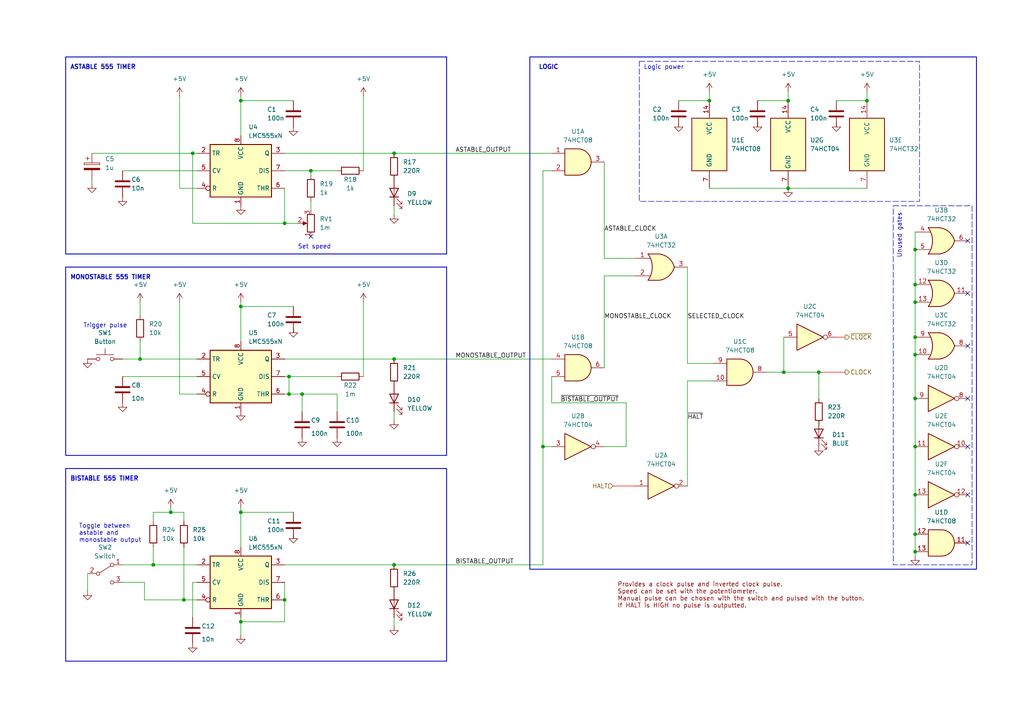
<source format=kicad_sch>
(kicad_sch (version 20230121) (generator eeschema)
  (paper "A4")
  (title_block (title "8-bit CPU") (date "2023-11-28") (rev "1.0") (company "TBR Designs"))
  (lib_symbols
    (symbol "74xx:74LS04"
      (property "Reference" "U" (at 0 1.27 0))
      (property "Value" "74LS04" (at 0 -1.27 0))
      (symbol "74LS04_1_0"
        (polyline (pts (xy -3.81 3.81) (xy -3.81 -3.81) (xy 3.81 0) (xy -3.81 3.81)) (stroke (width 0.254)) (fill (type background)))
        (pin input line (at -7.62 0 0) (length 3.81) (name "~") (number "1"))
        (pin output inverted (at 7.62 0 180) (length 3.81) (name "~") (number "2"))
      )
      (symbol "74LS04_2_0"
        (polyline (pts (xy -3.81 3.81) (xy -3.81 -3.81) (xy 3.81 0) (xy -3.81 3.81)) (stroke (width 0.254)) (fill (type background)))
        (pin input line (at -7.62 0 0) (length 3.81) (name "~") (number "3"))
        (pin output inverted (at 7.62 0 180) (length 3.81) (name "~") (number "4"))
      )
      (symbol "74LS04_3_0"
        (polyline (pts (xy -3.81 3.81) (xy -3.81 -3.81) (xy 3.81 0) (xy -3.81 3.81)) (stroke (width 0.254)) (fill (type background)))
        (pin input line (at -7.62 0 0) (length 3.81) (name "~") (number "5"))
        (pin output inverted (at 7.62 0 180) (length 3.81) (name "~") (number "6"))
      )
      (symbol "74LS04_4_0"
        (polyline (pts (xy -3.81 3.81) (xy -3.81 -3.81) (xy 3.81 0) (xy -3.81 3.81)) (stroke (width 0.254)) (fill (type background)))
        (pin output inverted (at 7.62 0 180) (length 3.81) (name "~") (number "8"))
        (pin input line (at -7.62 0 0) (length 3.81) (name "~") (number "9"))
      )
      (symbol "74LS04_5_0"
        (polyline (pts (xy -3.81 3.81) (xy -3.81 -3.81) (xy 3.81 0) (xy -3.81 3.81)) (stroke (width 0.254)) (fill (type background)))
        (pin output inverted (at 7.62 0 180) (length 3.81) (name "~") (number "10"))
        (pin input line (at -7.62 0 0) (length 3.81) (name "~") (number "11"))
      )
      (symbol "74LS04_6_0"
        (polyline (pts (xy -3.81 3.81) (xy -3.81 -3.81) (xy 3.81 0) (xy -3.81 3.81)) (stroke (width 0.254)) (fill (type background)))
        (pin output inverted (at 7.62 0 180) (length 3.81) (name "~") (number "12"))
        (pin input line (at -7.62 0 0) (length 3.81) (name "~") (number "13"))
      )
      (symbol "74LS04_7_0"
        (pin power_in line (at 0 12.7 270) (length 5.08) (name "VCC") (number "14"))
        (pin power_in line (at 0 -12.7 90) (length 5.08) (name "GND") (number "7"))
      )
      (symbol "74LS04_7_1"
        (rectangle (start -5.08 7.62) (end 5.08 -7.62) (stroke (width 0.254)) (fill (type background)))
      )
    )
    (symbol "74xx:74LS08" (pin_names (offset 1.016))
      (property "Reference" "U" (at 0 1.27 0))
      (property "Value" "74LS08" (at 0 -1.27 0))
      (symbol "74LS08_1_1"
        (arc (start 0 -3.81) (mid 3.7934 0) (end 0 3.81) (stroke (width 0.254)) (fill (type background)))
        (polyline (pts (xy 0 3.81) (xy -3.81 3.81) (xy -3.81 -3.81) (xy 0 -3.81)) (stroke (width 0.254)) (fill (type background)))
        (pin input line (at -7.62 2.54 0) (length 3.81) (name "~") (number "1"))
        (pin input line (at -7.62 -2.54 0) (length 3.81) (name "~") (number "2"))
        (pin output line (at 7.62 0 180) (length 3.81) (name "~") (number "3"))
      )
      (symbol "74LS08_1_2"
        (arc (start -3.81 -3.81) (mid -2.589 0) (end -3.81 3.81) (stroke (width 0.254)))
        (arc (start -0.6096 -3.81) (mid 2.1842 -2.5851) (end 3.81 0) (stroke (width 0.254)) (fill (type background)))
        (polyline (pts (xy -3.81 -3.81) (xy -0.635 -3.81)) (stroke (width 0.254)) (fill (type background)))
        (polyline (pts (xy -3.81 3.81) (xy -0.635 3.81)) (stroke (width 0.254)) (fill (type background)))
        (polyline (pts (xy -0.635 3.81) (xy -3.81 3.81) (xy -3.81 3.81) (xy -3.556 3.4036) (xy -3.0226 2.2606) (xy -2.6924 1.0414) (xy -2.6162 -0.254) (xy -2.7686 -1.4986) (xy -3.175 -2.7178) (xy -3.81 -3.81) (xy -3.81 -3.81) (xy -0.635 -3.81)) (stroke (width -25.4)) (fill (type background)))
        (arc (start 3.81 0) (mid 2.1915 2.5936) (end -0.6096 3.81) (stroke (width 0.254)) (fill (type background)))
        (pin input inverted (at -7.62 2.54 0) (length 4.318) (name "~") (number "1"))
        (pin input inverted (at -7.62 -2.54 0) (length 4.318) (name "~") (number "2"))
        (pin output inverted (at 7.62 0 180) (length 3.81) (name "~") (number "3"))
      )
      (symbol "74LS08_2_1"
        (arc (start 0 -3.81) (mid 3.7934 0) (end 0 3.81) (stroke (width 0.254)) (fill (type background)))
        (polyline (pts (xy 0 3.81) (xy -3.81 3.81) (xy -3.81 -3.81) (xy 0 -3.81)) (stroke (width 0.254)) (fill (type background)))
        (pin input line (at -7.62 2.54 0) (length 3.81) (name "~") (number "4"))
        (pin input line (at -7.62 -2.54 0) (length 3.81) (name "~") (number "5"))
        (pin output line (at 7.62 0 180) (length 3.81) (name "~") (number "6"))
      )
      (symbol "74LS08_2_2"
        (arc (start -3.81 -3.81) (mid -2.589 0) (end -3.81 3.81) (stroke (width 0.254)))
        (arc (start -0.6096 -3.81) (mid 2.1842 -2.5851) (end 3.81 0) (stroke (width 0.254)) (fill (type background)))
        (polyline (pts (xy -3.81 -3.81) (xy -0.635 -3.81)) (stroke (width 0.254)) (fill (type background)))
        (polyline (pts (xy -3.81 3.81) (xy -0.635 3.81)) (stroke (width 0.254)) (fill (type background)))
        (polyline (pts (xy -0.635 3.81) (xy -3.81 3.81) (xy -3.81 3.81) (xy -3.556 3.4036) (xy -3.0226 2.2606) (xy -2.6924 1.0414) (xy -2.6162 -0.254) (xy -2.7686 -1.4986) (xy -3.175 -2.7178) (xy -3.81 -3.81) (xy -3.81 -3.81) (xy -0.635 -3.81)) (stroke (width -25.4)) (fill (type background)))
        (arc (start 3.81 0) (mid 2.1915 2.5936) (end -0.6096 3.81) (stroke (width 0.254)) (fill (type background)))
        (pin input inverted (at -7.62 2.54 0) (length 4.318) (name "~") (number "4"))
        (pin input inverted (at -7.62 -2.54 0) (length 4.318) (name "~") (number "5"))
        (pin output inverted (at 7.62 0 180) (length 3.81) (name "~") (number "6"))
      )
      (symbol "74LS08_3_1"
        (arc (start 0 -3.81) (mid 3.7934 0) (end 0 3.81) (stroke (width 0.254)) (fill (type background)))
        (polyline (pts (xy 0 3.81) (xy -3.81 3.81) (xy -3.81 -3.81) (xy 0 -3.81)) (stroke (width 0.254)) (fill (type background)))
        (pin input line (at -7.62 -2.54 0) (length 3.81) (name "~") (number "10"))
        (pin output line (at 7.62 0 180) (length 3.81) (name "~") (number "8"))
        (pin input line (at -7.62 2.54 0) (length 3.81) (name "~") (number "9"))
      )
      (symbol "74LS08_3_2"
        (arc (start -3.81 -3.81) (mid -2.589 0) (end -3.81 3.81) (stroke (width 0.254)))
        (arc (start -0.6096 -3.81) (mid 2.1842 -2.5851) (end 3.81 0) (stroke (width 0.254)) (fill (type background)))
        (polyline (pts (xy -3.81 -3.81) (xy -0.635 -3.81)) (stroke (width 0.254)) (fill (type background)))
        (polyline (pts (xy -3.81 3.81) (xy -0.635 3.81)) (stroke (width 0.254)) (fill (type background)))
        (polyline (pts (xy -0.635 3.81) (xy -3.81 3.81) (xy -3.81 3.81) (xy -3.556 3.4036) (xy -3.0226 2.2606) (xy -2.6924 1.0414) (xy -2.6162 -0.254) (xy -2.7686 -1.4986) (xy -3.175 -2.7178) (xy -3.81 -3.81) (xy -3.81 -3.81) (xy -0.635 -3.81)) (stroke (width -25.4)) (fill (type background)))
        (arc (start 3.81 0) (mid 2.1915 2.5936) (end -0.6096 3.81) (stroke (width 0.254)) (fill (type background)))
        (pin input inverted (at -7.62 -2.54 0) (length 4.318) (name "~") (number "10"))
        (pin output inverted (at 7.62 0 180) (length 3.81) (name "~") (number "8"))
        (pin input inverted (at -7.62 2.54 0) (length 4.318) (name "~") (number "9"))
      )
      (symbol "74LS08_4_1"
        (arc (start 0 -3.81) (mid 3.7934 0) (end 0 3.81) (stroke (width 0.254)) (fill (type background)))
        (polyline (pts (xy 0 3.81) (xy -3.81 3.81) (xy -3.81 -3.81) (xy 0 -3.81)) (stroke (width 0.254)) (fill (type background)))
        (pin output line (at 7.62 0 180) (length 3.81) (name "~") (number "11"))
        (pin input line (at -7.62 2.54 0) (length 3.81) (name "~") (number "12"))
        (pin input line (at -7.62 -2.54 0) (length 3.81) (name "~") (number "13"))
      )
      (symbol "74LS08_4_2"
        (arc (start -3.81 -3.81) (mid -2.589 0) (end -3.81 3.81) (stroke (width 0.254)))
        (arc (start -0.6096 -3.81) (mid 2.1842 -2.5851) (end 3.81 0) (stroke (width 0.254)) (fill (type background)))
        (polyline (pts (xy -3.81 -3.81) (xy -0.635 -3.81)) (stroke (width 0.254)) (fill (type background)))
        (polyline (pts (xy -3.81 3.81) (xy -0.635 3.81)) (stroke (width 0.254)) (fill (type background)))
        (polyline (pts (xy -0.635 3.81) (xy -3.81 3.81) (xy -3.81 3.81) (xy -3.556 3.4036) (xy -3.0226 2.2606) (xy -2.6924 1.0414) (xy -2.6162 -0.254) (xy -2.7686 -1.4986) (xy -3.175 -2.7178) (xy -3.81 -3.81) (xy -3.81 -3.81) (xy -0.635 -3.81)) (stroke (width -25.4)) (fill (type background)))
        (arc (start 3.81 0) (mid 2.1915 2.5936) (end -0.6096 3.81) (stroke (width 0.254)) (fill (type background)))
        (pin output inverted (at 7.62 0 180) (length 3.81) (name "~") (number "11"))
        (pin input inverted (at -7.62 2.54 0) (length 4.318) (name "~") (number "12"))
        (pin input inverted (at -7.62 -2.54 0) (length 4.318) (name "~") (number "13"))
      )
      (symbol "74LS08_5_0"
        (pin power_in line (at 0 12.7 270) (length 5.08) (name "VCC") (number "14"))
        (pin power_in line (at 0 -12.7 90) (length 5.08) (name "GND") (number "7"))
      )
      (symbol "74LS08_5_1"
        (rectangle (start -5.08 7.62) (end 5.08 -7.62) (stroke (width 0.254)) (fill (type background)))
      )
    )
    (symbol "74xx:74LS32" (pin_names (offset 1.016))
      (property "Reference" "U" (at 0 1.27 0))
      (property "Value" "74LS32" (at 0 -1.27 0))
      (symbol "74LS32_1_1"
        (arc (start -3.81 -3.81) (mid -2.589 0) (end -3.81 3.81) (stroke (width 0.254)))
        (arc (start -0.6096 -3.81) (mid 2.1842 -2.5851) (end 3.81 0) (stroke (width 0.254)) (fill (type background)))
        (polyline (pts (xy -3.81 -3.81) (xy -0.635 -3.81)) (stroke (width 0.254)) (fill (type background)))
        (polyline (pts (xy -3.81 3.81) (xy -0.635 3.81)) (stroke (width 0.254)) (fill (type background)))
        (polyline (pts (xy -0.635 3.81) (xy -3.81 3.81) (xy -3.81 3.81) (xy -3.556 3.4036) (xy -3.0226 2.2606) (xy -2.6924 1.0414) (xy -2.6162 -0.254) (xy -2.7686 -1.4986) (xy -3.175 -2.7178) (xy -3.81 -3.81) (xy -3.81 -3.81) (xy -0.635 -3.81)) (stroke (width -25.4)) (fill (type background)))
        (arc (start 3.81 0) (mid 2.1915 2.5936) (end -0.6096 3.81) (stroke (width 0.254)) (fill (type background)))
        (pin input line (at -7.62 2.54 0) (length 4.318) (name "~") (number "1"))
        (pin input line (at -7.62 -2.54 0) (length 4.318) (name "~") (number "2"))
        (pin output line (at 7.62 0 180) (length 3.81) (name "~") (number "3"))
      )
      (symbol "74LS32_1_2"
        (arc (start 0 -3.81) (mid 3.7934 0) (end 0 3.81) (stroke (width 0.254)) (fill (type background)))
        (polyline (pts (xy 0 3.81) (xy -3.81 3.81) (xy -3.81 -3.81) (xy 0 -3.81)) (stroke (width 0.254)) (fill (type background)))
        (pin input inverted (at -7.62 2.54 0) (length 3.81) (name "~") (number "1"))
        (pin input inverted (at -7.62 -2.54 0) (length 3.81) (name "~") (number "2"))
        (pin output inverted (at 7.62 0 180) (length 3.81) (name "~") (number "3"))
      )
      (symbol "74LS32_2_1"
        (arc (start -3.81 -3.81) (mid -2.589 0) (end -3.81 3.81) (stroke (width 0.254)))
        (arc (start -0.6096 -3.81) (mid 2.1842 -2.5851) (end 3.81 0) (stroke (width 0.254)) (fill (type background)))
        (polyline (pts (xy -3.81 -3.81) (xy -0.635 -3.81)) (stroke (width 0.254)) (fill (type background)))
        (polyline (pts (xy -3.81 3.81) (xy -0.635 3.81)) (stroke (width 0.254)) (fill (type background)))
        (polyline (pts (xy -0.635 3.81) (xy -3.81 3.81) (xy -3.81 3.81) (xy -3.556 3.4036) (xy -3.0226 2.2606) (xy -2.6924 1.0414) (xy -2.6162 -0.254) (xy -2.7686 -1.4986) (xy -3.175 -2.7178) (xy -3.81 -3.81) (xy -3.81 -3.81) (xy -0.635 -3.81)) (stroke (width -25.4)) (fill (type background)))
        (arc (start 3.81 0) (mid 2.1915 2.5936) (end -0.6096 3.81) (stroke (width 0.254)) (fill (type background)))
        (pin input line (at -7.62 2.54 0) (length 4.318) (name "~") (number "4"))
        (pin input line (at -7.62 -2.54 0) (length 4.318) (name "~") (number "5"))
        (pin output line (at 7.62 0 180) (length 3.81) (name "~") (number "6"))
      )
      (symbol "74LS32_2_2"
        (arc (start 0 -3.81) (mid 3.7934 0) (end 0 3.81) (stroke (width 0.254)) (fill (type background)))
        (polyline (pts (xy 0 3.81) (xy -3.81 3.81) (xy -3.81 -3.81) (xy 0 -3.81)) (stroke (width 0.254)) (fill (type background)))
        (pin input inverted (at -7.62 2.54 0) (length 3.81) (name "~") (number "4"))
        (pin input inverted (at -7.62 -2.54 0) (length 3.81) (name "~") (number "5"))
        (pin output inverted (at 7.62 0 180) (length 3.81) (name "~") (number "6"))
      )
      (symbol "74LS32_3_1"
        (arc (start -3.81 -3.81) (mid -2.589 0) (end -3.81 3.81) (stroke (width 0.254)))
        (arc (start -0.6096 -3.81) (mid 2.1842 -2.5851) (end 3.81 0) (stroke (width 0.254)) (fill (type background)))
        (polyline (pts (xy -3.81 -3.81) (xy -0.635 -3.81)) (stroke (width 0.254)) (fill (type background)))
        (polyline (pts (xy -3.81 3.81) (xy -0.635 3.81)) (stroke (width 0.254)) (fill (type background)))
        (polyline (pts (xy -0.635 3.81) (xy -3.81 3.81) (xy -3.81 3.81) (xy -3.556 3.4036) (xy -3.0226 2.2606) (xy -2.6924 1.0414) (xy -2.6162 -0.254) (xy -2.7686 -1.4986) (xy -3.175 -2.7178) (xy -3.81 -3.81) (xy -3.81 -3.81) (xy -0.635 -3.81)) (stroke (width -25.4)) (fill (type background)))
        (arc (start 3.81 0) (mid 2.1915 2.5936) (end -0.6096 3.81) (stroke (width 0.254)) (fill (type background)))
        (pin input line (at -7.62 -2.54 0) (length 4.318) (name "~") (number "10"))
        (pin output line (at 7.62 0 180) (length 3.81) (name "~") (number "8"))
        (pin input line (at -7.62 2.54 0) (length 4.318) (name "~") (number "9"))
      )
      (symbol "74LS32_3_2"
        (arc (start 0 -3.81) (mid 3.7934 0) (end 0 3.81) (stroke (width 0.254)) (fill (type background)))
        (polyline (pts (xy 0 3.81) (xy -3.81 3.81) (xy -3.81 -3.81) (xy 0 -3.81)) (stroke (width 0.254)) (fill (type background)))
        (pin input inverted (at -7.62 -2.54 0) (length 3.81) (name "~") (number "10"))
        (pin output inverted (at 7.62 0 180) (length 3.81) (name "~") (number "8"))
        (pin input inverted (at -7.62 2.54 0) (length 3.81) (name "~") (number "9"))
      )
      (symbol "74LS32_4_1"
        (arc (start -3.81 -3.81) (mid -2.589 0) (end -3.81 3.81) (stroke (width 0.254)))
        (arc (start -0.6096 -3.81) (mid 2.1842 -2.5851) (end 3.81 0) (stroke (width 0.254)) (fill (type background)))
        (polyline (pts (xy -3.81 -3.81) (xy -0.635 -3.81)) (stroke (width 0.254)) (fill (type background)))
        (polyline (pts (xy -3.81 3.81) (xy -0.635 3.81)) (stroke (width 0.254)) (fill (type background)))
        (polyline (pts (xy -0.635 3.81) (xy -3.81 3.81) (xy -3.81 3.81) (xy -3.556 3.4036) (xy -3.0226 2.2606) (xy -2.6924 1.0414) (xy -2.6162 -0.254) (xy -2.7686 -1.4986) (xy -3.175 -2.7178) (xy -3.81 -3.81) (xy -3.81 -3.81) (xy -0.635 -3.81)) (stroke (width -25.4)) (fill (type background)))
        (arc (start 3.81 0) (mid 2.1915 2.5936) (end -0.6096 3.81) (stroke (width 0.254)) (fill (type background)))
        (pin output line (at 7.62 0 180) (length 3.81) (name "~") (number "11"))
        (pin input line (at -7.62 2.54 0) (length 4.318) (name "~") (number "12"))
        (pin input line (at -7.62 -2.54 0) (length 4.318) (name "~") (number "13"))
      )
      (symbol "74LS32_4_2"
        (arc (start 0 -3.81) (mid 3.7934 0) (end 0 3.81) (stroke (width 0.254)) (fill (type background)))
        (polyline (pts (xy 0 3.81) (xy -3.81 3.81) (xy -3.81 -3.81) (xy 0 -3.81)) (stroke (width 0.254)) (fill (type background)))
        (pin output inverted (at 7.62 0 180) (length 3.81) (name "~") (number "11"))
        (pin input inverted (at -7.62 2.54 0) (length 3.81) (name "~") (number "12"))
        (pin input inverted (at -7.62 -2.54 0) (length 3.81) (name "~") (number "13"))
      )
      (symbol "74LS32_5_0"
        (pin power_in line (at 0 12.7 270) (length 5.08) (name "VCC") (number "14"))
        (pin power_in line (at 0 -12.7 90) (length 5.08) (name "GND") (number "7"))
      )
      (symbol "74LS32_5_1"
        (rectangle (start -5.08 7.62) (end 5.08 -7.62) (stroke (width 0.254)) (fill (type background)))
      )
    )
    (symbol "Device:C" (pin_numbers hide) (pin_names (offset 0.254))
      (property "Reference" "C" (at 0.635 2.54 0))
      (property "Value" "C" (at 0.635 -2.54 0))
      (symbol "C_0_1"
        (polyline (pts (xy -2.032 -0.762) (xy 2.032 -0.762)) (stroke (width 0.508)))
        (polyline (pts (xy -2.032 0.762) (xy 2.032 0.762)) (stroke (width 0.508)))
      )
      (symbol "C_1_1"
        (pin passive line (at 0 3.81 270) (length 2.794) (name "~") (number "1"))
        (pin passive line (at 0 -3.81 90) (length 2.794) (name "~") (number "2"))
      )
    )
    (symbol "Device:C_Polarized" (pin_numbers hide) (pin_names (offset 0.254))
      (property "Reference" "C" (at 0.635 2.54 0))
      (property "Value" "C_Polarized" (at 0.635 -2.54 0))
      (symbol "C_Polarized_0_1"
        (rectangle (start -2.286 0.508) (end 2.286 1.016))
        (polyline (pts (xy -1.778 2.286) (xy -0.762 2.286)))
        (polyline (pts (xy -1.27 2.794) (xy -1.27 1.778)))
        (rectangle (start 2.286 -0.508) (end -2.286 -1.016) (fill (type outline)))
      )
      (symbol "C_Polarized_1_1"
        (pin passive line (at 0 3.81 270) (length 2.794) (name "~") (number "1"))
        (pin passive line (at 0 -3.81 90) (length 2.794) (name "~") (number "2"))
      )
    )
    (symbol "Device:LED" (pin_numbers hide) (pin_names (offset 1.016) hide)
      (property "Reference" "D" (at 0 2.54 0))
      (property "Value" "LED" (at 0 -2.54 0))
      (symbol "LED_0_1"
        (polyline (pts (xy -1.27 -1.27) (xy -1.27 1.27)) (stroke (width 0.254)))
        (polyline (pts (xy -1.27 0) (xy 1.27 0)))
        (polyline (pts (xy 1.27 -1.27) (xy 1.27 1.27) (xy -1.27 0) (xy 1.27 -1.27)) (stroke (width 0.254)))
        (polyline (pts (xy -3.048 -0.762) (xy -4.572 -2.286) (xy -3.81 -2.286) (xy -4.572 -2.286) (xy -4.572 -1.524)))
        (polyline (pts (xy -1.778 -0.762) (xy -3.302 -2.286) (xy -2.54 -2.286) (xy -3.302 -2.286) (xy -3.302 -1.524)))
      )
      (symbol "LED_1_1"
        (pin passive line (at -3.81 0 0) (length 2.54) (name "K") (number "1"))
        (pin passive line (at 3.81 0 180) (length 2.54) (name "A") (number "2"))
      )
    )
    (symbol "Device:R" (pin_numbers hide) (pin_names (offset 0))
      (property "Reference" "R" (at 2.032 0 90))
      (property "Value" "R" (at 0 0 90))
      (symbol "R_0_1"
        (rectangle (start -1.016 -2.54) (end 1.016 2.54) (stroke (width 0.254)))
      )
      (symbol "R_1_1"
        (pin passive line (at 0 3.81 270) (length 1.27) (name "~") (number "1"))
        (pin passive line (at 0 -3.81 90) (length 1.27) (name "~") (number "2"))
      )
    )
    (symbol "Device:R_Potentiometer" (pin_names (offset 1.016) hide)
      (property "Reference" "RV" (at -4.445 0 90))
      (property "Value" "R_Potentiometer" (at -2.54 0 90))
      (symbol "R_Potentiometer_0_1"
        (polyline (pts (xy 2.54 0) (xy 1.524 0)))
        (polyline (pts (xy 1.143 0) (xy 2.286 0.508) (xy 2.286 -0.508) (xy 1.143 0)) (fill (type outline)))
        (rectangle (start 1.016 2.54) (end -1.016 -2.54) (stroke (width 0.254)))
      )
      (symbol "R_Potentiometer_1_1"
        (pin passive line (at 0 3.81 270) (length 1.27) (name "1") (number "1"))
        (pin passive line (at 3.81 0 180) (length 1.27) (name "2") (number "2"))
        (pin passive line (at 0 -3.81 90) (length 1.27) (name "3") (number "3"))
      )
    )
    (symbol "Switch:SW_Push" (pin_numbers hide) (pin_names (offset 1.016) hide)
      (property "Reference" "SW" (at 1.27 2.54 0))
      (property "Value" "SW_Push" (at 0 -1.524 0))
      (symbol "SW_Push_0_1"
        (circle (center -2.032 0) (radius 0.508))
        (polyline (pts (xy 0 1.27) (xy 0 3.048)))
        (polyline (pts (xy 2.54 1.27) (xy -2.54 1.27)))
        (circle (center 2.032 0) (radius 0.508))
        (pin passive line (at -5.08 0 0) (length 2.54) (name "1") (number "1"))
        (pin passive line (at 5.08 0 180) (length 2.54) (name "2") (number "2"))
      )
    )
    (symbol "Switch:SW_SPDT" (pin_names (offset 0) hide)
      (property "Reference" "SW" (at 0 4.318 0))
      (property "Value" "SW_SPDT" (at 0 -5.08 0))
      (symbol "SW_SPDT_0_0"
        (circle (center -2.032 0) (radius 0.508))
        (circle (center 2.032 -2.54) (radius 0.508))
      )
      (symbol "SW_SPDT_0_1"
        (polyline (pts (xy -1.524 0.254) (xy 1.651 2.286)))
        (circle (center 2.032 2.54) (radius 0.508))
      )
      (symbol "SW_SPDT_1_1"
        (pin passive line (at 5.08 2.54 180) (length 2.54) (name "A") (number "1"))
        (pin passive line (at -5.08 0 0) (length 2.54) (name "B") (number "2"))
        (pin passive line (at 5.08 -2.54 180) (length 2.54) (name "C") (number "3"))
      )
    )
    (symbol "Timer:LMC555xN"
      (property "Reference" "U" (at -10.16 8.89 0))
      (property "Value" "LMC555xN" (at 2.54 8.89 0))
      (symbol "LMC555xN_0_0"
        (pin power_in line (at 0 -10.16 90) (length 2.54) (name "GND") (number "1"))
        (pin power_in line (at 0 10.16 270) (length 2.54) (name "VCC") (number "8"))
      )
      (symbol "LMC555xN_0_1"
        (rectangle (start -8.89 -7.62) (end 8.89 7.62) (stroke (width 0.254)) (fill (type background)))
        (rectangle (start -8.89 -7.62) (end 8.89 7.62) (stroke (width 0.254)) (fill (type background)))
      )
      (symbol "LMC555xN_1_1"
        (pin input line (at -12.7 5.08 0) (length 3.81) (name "TR") (number "2"))
        (pin output line (at 12.7 5.08 180) (length 3.81) (name "Q") (number "3"))
        (pin input inverted (at -12.7 -5.08 0) (length 3.81) (name "R") (number "4"))
        (pin input line (at -12.7 0 0) (length 3.81) (name "CV") (number "5"))
        (pin input line (at 12.7 -5.08 180) (length 3.81) (name "THR") (number "6"))
        (pin input line (at 12.7 0 180) (length 3.81) (name "DIS") (number "7"))
      )
    )
    (symbol "power:+5V" (power) (pin_names (offset 0))
      (property "Value" "+5V" (at 0 3.556 0))
      (symbol "+5V_0_1"
        (polyline (pts (xy -0.762 1.27) (xy 0 2.54)))
        (polyline (pts (xy 0 0) (xy 0 2.54)))
        (polyline (pts (xy 0 2.54) (xy 0.762 1.27)))
      )
      (symbol "+5V_1_1"
        (pin power_in line (at 0 0 90) (length 0) hide (name "+5V") (number "1"))
      )
    )
    (symbol "power:GND" (power) (pin_names (offset 0))
      (property "Value" "GND" (at 0 -3.81 0))
      (symbol "GND_0_1"
        (polyline (pts (xy 0 0) (xy 0 -1.27) (xy 1.27 -1.27) (xy 0 -2.54) (xy -1.27 -1.27) (xy 0 -1.27)))
      )
      (symbol "GND_1_1"
        (pin power_in line (at 0 0 270) (length 0) hide (name "GND") (number "1"))
      )
    )
  )
  (junction (at 83.82 109.22))
  (junction (at 265.43 72.39))
  (junction (at 265.43 82.55))
  (junction (at 82.55 173.99))
  (junction (at 114.3 104.14))
  (junction (at 44.45 163.83))
  (junction (at 251.46 29.21))
  (junction (at 40.64 104.14))
  (junction (at 69.85 88.9))
  (junction (at 228.6 54.61))
  (junction (at 265.43 115.57))
  (junction (at 265.43 154.94))
  (junction (at 205.74 29.21))
  (junction (at 69.85 29.21))
  (junction (at 265.43 143.51))
  (junction (at 265.43 102.87))
  (junction (at 227.33 107.95))
  (junction (at 265.43 160.02))
  (junction (at 83.82 114.3))
  (junction (at 69.85 148.59))
  (junction (at 228.6 29.21))
  (junction (at 237.49 107.95))
  (junction (at 53.34 173.99))
  (junction (at 265.43 97.79))
  (junction (at 265.43 129.54))
  (junction (at 55.88 44.45))
  (junction (at 114.3 44.45))
  (junction (at 157.48 129.54))
  (junction (at 265.43 87.63))
  (junction (at 82.55 64.77))
  (junction (at 69.85 180.34))
  (junction (at 49.53 148.59))
  (junction (at 114.3 163.83))
  (junction (at 87.63 114.3))
  (junction (at 90.17 49.53))
  (no_connect (at 90.17 68.58))
  (no_connect (at 280.67 85.09))
  (no_connect (at 280.67 69.85))
  (no_connect (at 280.67 115.57))
  (no_connect (at 280.67 157.48))
  (no_connect (at 280.67 143.51))
  (no_connect (at 280.67 129.54))
  (no_connect (at 280.67 100.33))
  (wire (pts (xy 35.56 109.22) (xy 57.15 109.22)))
  (wire (pts (xy 52.07 87.63) (xy 52.07 114.3)))
  (wire (pts (xy 199.39 110.49) (xy 207.01 110.49)))
  (wire (pts (xy 175.26 46.99) (xy 175.26 74.93)))
  (wire (pts (xy 114.3 163.83) (xy 157.48 163.83)))
  (wire (pts (xy 69.85 29.21) (xy 69.85 39.37)))
  (wire (pts (xy 242.57 97.79) (xy 245.11 97.79)) (stroke (width 0) (color 255 0 0 1)))
  (wire (pts (xy 82.55 109.22) (xy 83.82 109.22)))
  (wire (pts (xy 85.09 95.25) (xy 85.09 96.52)))
  (wire (pts (xy 69.85 184.15) (xy 69.85 180.34)))
  (wire (pts (xy 228.6 26.67) (xy 228.6 29.21)))
  (wire (pts (xy 199.39 105.41) (xy 207.01 105.41)))
  (wire (pts (xy 26.67 53.34) (xy 26.67 52.07)))
  (wire (pts (xy 49.53 148.59) (xy 53.34 148.59)))
  (wire (pts (xy 44.45 148.59) (xy 49.53 148.59)))
  (wire (pts (xy 69.85 148.59) (xy 69.85 158.75)))
  (wire (pts (xy 175.26 129.54) (xy 181.61 129.54)))
  (wire (pts (xy 44.45 163.83) (xy 57.15 163.83)))
  (wire (pts (xy 242.57 35.56) (xy 242.57 36.83)))
  (wire (pts (xy 227.33 107.95) (xy 237.49 107.95)))
  (wire (pts (xy 52.07 54.61) (xy 57.15 54.61)))
  (wire (pts (xy 55.88 64.77) (xy 82.55 64.77)))
  (wire (pts (xy 242.57 29.21) (xy 251.46 29.21)))
  (wire (pts (xy 114.3 44.45) (xy 160.02 44.45)))
  (wire (pts (xy 175.26 80.01) (xy 184.15 80.01)))
  (wire (pts (xy 196.85 35.56) (xy 196.85 36.83)))
  (wire (pts (xy 82.55 104.14) (xy 114.3 104.14)))
  (wire (pts (xy 69.85 180.34) (xy 69.85 179.07)))
  (wire (pts (xy 219.71 35.56) (xy 219.71 36.83)))
  (wire (pts (xy 265.43 143.51) (xy 265.43 154.94)))
  (wire (pts (xy 69.85 27.94) (xy 69.85 29.21)))
  (wire (pts (xy 265.43 97.79) (xy 265.43 102.87)))
  (wire (pts (xy 265.43 82.55) (xy 265.43 87.63)))
  (wire (pts (xy 90.17 58.42) (xy 90.17 60.96)))
  (wire (pts (xy 35.56 168.91) (xy 41.91 168.91)))
  (wire (pts (xy 265.43 161.29) (xy 265.43 160.02)))
  (wire (pts (xy 222.25 107.95) (xy 227.33 107.95)))
  (wire (pts (xy 35.56 104.14) (xy 40.64 104.14)))
  (wire (pts (xy 265.43 102.87) (xy 265.43 115.57)))
  (wire (pts (xy 52.07 27.94) (xy 52.07 54.61)))
  (wire (pts (xy 25.4 171.45) (xy 25.4 166.37)))
  (wire (pts (xy 114.3 104.14) (xy 160.02 104.14)))
  (wire (pts (xy 265.43 67.31) (xy 265.43 72.39)))
  (wire (pts (xy 181.61 129.54) (xy 181.61 116.84)))
  (wire (pts (xy 181.61 116.84) (xy 160.02 116.84)))
  (wire (pts (xy 199.39 140.97) (xy 199.39 110.49)))
  (wire (pts (xy 114.3 59.69) (xy 114.3 62.23)))
  (wire (pts (xy 55.88 168.91) (xy 57.15 168.91)))
  (wire (pts (xy 86.36 64.77) (xy 82.55 64.77)))
  (wire (pts (xy 105.41 27.94) (xy 105.41 49.53)))
  (wire (pts (xy 82.55 168.91) (xy 82.55 173.99)))
  (wire (pts (xy 105.41 87.63) (xy 105.41 109.22)))
  (wire (pts (xy 157.48 129.54) (xy 157.48 49.53)))
  (wire (pts (xy 69.85 88.9) (xy 69.85 99.06)))
  (wire (pts (xy 219.71 29.21) (xy 228.6 29.21)))
  (wire (pts (xy 53.34 173.99) (xy 57.15 173.99)))
  (wire (pts (xy 160.02 116.84) (xy 160.02 109.22)))
  (wire (pts (xy 82.55 54.61) (xy 82.55 64.77)))
  (wire (pts (xy 40.64 99.06) (xy 40.64 104.14)))
  (wire (pts (xy 82.55 44.45) (xy 114.3 44.45)))
  (wire (pts (xy 199.39 77.47) (xy 199.39 105.41)))
  (wire (pts (xy 114.3 179.07) (xy 114.3 181.61)))
  (wire (pts (xy 227.33 97.79) (xy 227.33 107.95)))
  (wire (pts (xy 69.85 87.63) (xy 69.85 88.9)))
  (wire (pts (xy 35.56 49.53) (xy 57.15 49.53)))
  (wire (pts (xy 265.43 72.39) (xy 265.43 82.55)))
  (wire (pts (xy 87.63 119.38) (xy 87.63 114.3)))
  (wire (pts (xy 97.79 119.38) (xy 97.79 114.3)))
  (wire (pts (xy 69.85 147.32) (xy 69.85 148.59)))
  (wire (pts (xy 26.67 44.45) (xy 55.88 44.45)))
  (wire (pts (xy 85.09 154.94) (xy 85.09 156.21)))
  (wire (pts (xy 228.6 54.61) (xy 251.46 54.61)))
  (wire (pts (xy 90.17 49.53) (xy 90.17 50.8)))
  (wire (pts (xy 41.91 168.91) (xy 41.91 173.99)))
  (wire (pts (xy 83.82 109.22) (xy 97.79 109.22)))
  (wire (pts (xy 82.55 49.53) (xy 90.17 49.53)))
  (wire (pts (xy 53.34 151.13) (xy 53.34 148.59)))
  (wire (pts (xy 41.91 173.99) (xy 53.34 173.99)))
  (wire (pts (xy 265.43 87.63) (xy 265.43 97.79)))
  (wire (pts (xy 55.88 44.45) (xy 57.15 44.45)))
  (wire (pts (xy 55.88 168.91) (xy 55.88 179.07)))
  (wire (pts (xy 52.07 114.3) (xy 57.15 114.3)))
  (wire (pts (xy 114.3 119.38) (xy 114.3 121.92)))
  (wire (pts (xy 40.64 104.14) (xy 57.15 104.14)))
  (wire (pts (xy 82.55 163.83) (xy 114.3 163.83)))
  (wire (pts (xy 82.55 173.99) (xy 82.55 180.34)))
  (wire (pts (xy 55.88 64.77) (xy 55.88 44.45)))
  (wire (pts (xy 265.43 115.57) (xy 265.43 129.54)))
  (wire (pts (xy 175.26 106.68) (xy 175.26 80.01)))
  (wire (pts (xy 69.85 148.59) (xy 85.09 148.59)))
  (wire (pts (xy 265.43 129.54) (xy 265.43 143.51)))
  (wire (pts (xy 82.55 114.3) (xy 83.82 114.3)))
  (wire (pts (xy 196.85 29.21) (xy 205.74 29.21)))
  (wire (pts (xy 40.64 87.63) (xy 40.64 91.44)))
  (wire (pts (xy 237.49 107.95) (xy 245.11 107.95)) (stroke (width 0) (color 255 0 0 1)))
  (wire (pts (xy 177.8 140.97) (xy 184.15 140.97)) (stroke (width 0) (color 255 0 0 1)))
  (wire (pts (xy 53.34 158.75) (xy 53.34 173.99)))
  (wire (pts (xy 85.09 29.21) (xy 69.85 29.21)))
  (wire (pts (xy 157.48 49.53) (xy 160.02 49.53)))
  (wire (pts (xy 157.48 163.83) (xy 157.48 129.54)))
  (wire (pts (xy 237.49 115.57) (xy 237.49 107.95)))
  (wire (pts (xy 35.56 163.83) (xy 44.45 163.83)))
  (wire (pts (xy 44.45 148.59) (xy 44.45 151.13)))
  (wire (pts (xy 251.46 26.67) (xy 251.46 29.21)))
  (wire (pts (xy 175.26 74.93) (xy 184.15 74.93)))
  (wire (pts (xy 49.53 147.32) (xy 49.53 148.59)))
  (wire (pts (xy 87.63 114.3) (xy 83.82 114.3)))
  (wire (pts (xy 83.82 109.22) (xy 83.82 114.3)))
  (wire (pts (xy 69.85 180.34) (xy 82.55 180.34)))
  (wire (pts (xy 44.45 158.75) (xy 44.45 163.83)))
  (wire (pts (xy 97.79 114.3) (xy 87.63 114.3)))
  (wire (pts (xy 205.74 54.61) (xy 228.6 54.61)))
  (wire (pts (xy 205.74 26.67) (xy 205.74 29.21)))
  (wire (pts (xy 90.17 49.53) (xy 97.79 49.53)))
  (wire (pts (xy 237.49 121.92) (xy 237.49 123.19)))
  (wire (pts (xy 85.09 88.9) (xy 69.85 88.9)))
  (wire (pts (xy 265.43 154.94) (xy 265.43 160.02)))
  (wire (pts (xy 157.48 129.54) (xy 160.02 129.54)))
  (rectangle (start 19.05 77.47) (end 129.54 132.08) (stroke (width 0.25)))
  (rectangle (start 259.08 59.69) (end 281.94 163.83) (stroke (width 0) (type dash)))
  (rectangle (start 19.05 135.89) (end 129.54 191.77) (stroke (width 0.25)))
  (rectangle (start 19.05 16.51) (end 129.54 73.66) (stroke (width 0.25)))
  (rectangle (start 185.42 17.78) (end 266.7 58.42) (stroke (width 0) (type dash)))
  (rectangle (start 153.67 16.51) (end 283.21 165.1) (stroke (width 0.25)))
  (text "Trigger pulse" (at 24.13 95.25 0) (effects (font (size 1.27 1.27)) (justify left bottom)))
  (text "Toggle between \nastable and \nmonostable output" (at 22.86 157.48 0) (effects (font (size 1.27 1.27)) (justify left bottom)))
  (text "Set speed" (at 86.36 72.39 0) (effects (font (size 1.27 1.27)) (justify left bottom)))
  (text "BISTABLE 555 TIMER" (at 20.32 139.7 0) (effects (font (size 1.27 1.27) bold) (justify left bottom)))
  (text "Unused gates" (at 261.62 74.93 90) (effects (font (size 1.27 1.27)) (justify left bottom)))
  (text "MONOSTABLE 555 TIMER" (at 20.32 81.28 0) (effects (font (size 1.27 1.27) bold) (justify left bottom)))
  (text "Logic power" (at 186.69 20.32 0) (effects (font (size 1.27 1.27)) (justify left bottom)))
  (text "ASTABLE 555 TIMER" (at 20.32 20.32 0) (effects (font (size 1.27 1.27) (thickness 0.254) bold) (justify left bottom)))
  (text "Provides a clock pulse and inverted clock pulse.\nSpeed can be set with the potentiometer.  \nManual pulse can be chosen with the switch and pulsed with the button.\nIf HALT is HIGH no pulse is outputted." (at 179.07 176.53 0) (effects (font (size 1.27 1.27)) (justify left bottom)))
  (text "LOGIC" (at 156.21 20.32 0) (effects (font (size 1.27 1.27) bold) (justify left bottom)))
  (label "~{HALT}" (at 199.39 121.92 0))
  (label "MONOSTABLE_CLOCK" (at 175.26 92.71 0))
  (label "MONOSTABLE_OUTPUT" (at 132.08 104.14 0))
  (label "~{BISTABLE_OUTPUT}" (at 162.56 116.84 0))
  (label "ASTABLE_OUTPUT" (at 132.08 44.45 0))
  (label "BISTABLE_OUTPUT" (at 132.08 163.83 0))
  (label "ASTABLE_CLOCK" (at 175.26 67.31 0))
  (label "SELECTED_CLOCK" (at 199.39 92.71 0))
  (hierarchical_label "HALT" (shape input) (at 177.8 140.97 180))
  (hierarchical_label "~{CLOCK}" (shape output) (at 245.11 97.79 0))
  (hierarchical_label "CLOCK" (shape output) (at 245.11 107.95 0))
  (symbol (lib_id "power:+5V") (at 105.41 27.94 0) (unit 1)
    (property "Reference" "#PWR08" (effects hide))
    (property "Value" "+5V" (at 105.41 22.86 0))
  )
  (symbol (lib_id "power:GND") (at 85.09 36.83 0) (unit 1)
    (property "Reference" "#PWR012" (effects hide))
    (property "Value" "GND" (effects hide))
  )
  (symbol (lib_id "Timer:LMC555xN") (at 69.85 49.53 0) (unit 1)
    (property "Reference" "U4" (at 72.0441 36.83 0) (effects (justify left)))
    (property "Value" "LMC555xN" (at 72.0441 39.37 0) (effects (justify left)))
    (property "Footprint" "Package_DIP:DIP-8_W7.62mm" (effects hide))
    (property "Datasheet" "http://www.ti.com/lit/ds/symlink/lmc555.pdf" (effects hide))
  )
  (symbol (lib_id "74xx:74LS08") (at 273.05 157.48 0) (unit 4)
    (property "Reference" "U1" (at 273.0417 148.59 0))
    (property "Value" "74HCT08" (at 273.0417 151.13 0))
    (property "Footprint" "Package_DIP:DIP-14_W7.62mm" (effects hide))
    (property "Datasheet" "http://www.ti.com/lit/gpn/sn74LS08" (effects hide))
  )
  (symbol (lib_id "power:GND") (at 35.56 57.15 0) (unit 1)
    (property "Reference" "#PWR015" (effects hide))
    (property "Value" "GND" (effects hide))
  )
  (symbol (lib_id "74xx:74LS04") (at 234.95 97.79 0) (unit 3)
    (property "Reference" "U2" (at 234.95 88.9 0))
    (property "Value" "74HCT04" (at 234.95 91.44 0))
    (property "Footprint" "Package_DIP:DIP-14_W7.62mm" (effects hide))
    (property "Datasheet" "http://www.ti.com/lit/gpn/sn74LS04" (effects hide))
  )
  (symbol (lib_id "Device:R") (at 101.6 109.22 270) (unit 1)
    (property "Reference" "R22" (at 101.6 111.76 90))
    (property "Value" "1m" (at 101.6 114.3 90))
    (property "Footprint" "Resistor_THT:R_Axial_DIN0204_L3.6mm_D1.6mm_P7.62mm_Horizontal" (effects hide))
  )
  (symbol (lib_id "power:GND") (at 69.85 119.38 0) (unit 1)
    (property "Reference" "#PWR025" (effects hide))
    (property "Value" "GND" (effects hide))
  )
  (symbol (lib_id "power:GND") (at 55.88 186.69 0) (unit 1)
    (property "Reference" "#PWR037" (effects hide))
    (property "Value" "GND" (effects hide))
  )
  (symbol (lib_id "Device:R") (at 237.49 119.38 0) (unit 1)
    (property "Reference" "R23" (at 240.03 118.11 0) (effects (justify left)))
    (property "Value" "220R" (at 240.03 120.65 0) (effects (justify left)))
    (property "Footprint" "Resistor_THT:R_Axial_DIN0204_L3.6mm_D1.6mm_P7.62mm_Horizontal" (effects hide))
  )
  (symbol (lib_id "power:GND") (at 114.3 181.61 0) (unit 1)
    (property "Reference" "#PWR035" (effects hide))
    (property "Value" "GND" (effects hide))
  )
  (symbol (lib_id "power:GND") (at 25.4 171.45 0) (unit 1)
    (property "Reference" "#PWR034" (effects hide))
    (property "Value" "GND" (effects hide))
  )
  (symbol (lib_id "Device:C_Polarized") (at 26.67 48.26 0) (unit 1)
    (property "Reference" "C5" (at 30.48 46.101 0) (effects (justify left)))
    (property "Value" "1u" (at 30.48 48.641 0) (effects (justify left)))
    (property "Footprint" "Capacitor_THT:CP_Radial_D5.0mm_P2.00mm" (effects hide))
  )
  (symbol (lib_id "Device:C") (at 35.56 113.03 0) (unit 1)
    (property "Reference" "C8" (at 38.1 111.76 0) (effects (justify left)))
    (property "Value" "10n" (at 38.1 115.57 0) (effects (justify left)))
    (property "Footprint" "01_my_library:C_Disc_D4.0mm_W2.6mm_P2.50mm" (effects hide))
  )
  (symbol (lib_id "74xx:74LS04") (at 273.05 115.57 0) (unit 4)
    (property "Reference" "U2" (at 273.05 106.68 0))
    (property "Value" "74HCT04" (at 273.05 109.22 0))
    (property "Footprint" "Package_DIP:DIP-14_W7.62mm" (effects hide))
    (property "Datasheet" "http://www.ti.com/lit/gpn/sn74LS04" (effects hide))
  )
  (symbol (lib_id "power:GND") (at 242.57 35.56 0) (unit 1)
    (property "Reference" "#PWR011" (effects hide))
    (property "Value" "GND" (effects hide))
  )
  (symbol (lib_id "power:GND") (at 26.67 53.34 0) (unit 1)
    (property "Reference" "#PWR013" (effects hide))
    (property "Value" "GND" (effects hide))
  )
  (symbol (lib_id "Device:LED") (at 114.3 55.88 90) (unit 1)
    (property "Reference" "D9" (at 118.11 56.1975 90) (effects (justify right)))
    (property "Value" "YELLOW" (at 118.11 58.7375 90) (effects (justify right)))
    (property "Footprint" "LED_THT:LED_D5.0mm" (effects hide))
  )
  (symbol (lib_id "Device:C") (at 35.56 53.34 0) (unit 1)
    (property "Reference" "C6" (at 38.1 52.07 0) (effects (justify left)))
    (property "Value" "10n" (at 38.1 54.61 0) (effects (justify left)))
    (property "Footprint" "01_my_library:C_Disc_D4.0mm_W2.6mm_P2.50mm" (effects hide))
  )
  (symbol (lib_id "power:+5V") (at 52.07 27.94 0) (unit 1)
    (property "Reference" "#PWR06" (effects hide))
    (property "Value" "+5V" (at 52.07 22.86 0))
  )
  (symbol (lib_id "power:+5V") (at 69.85 147.32 0) (unit 1)
    (property "Reference" "#PWR031" (effects hide))
    (property "Value" "+5V" (at 69.85 142.24 0))
  )
  (symbol (lib_id "74xx:74LS04") (at 273.05 129.54 0) (unit 5)
    (property "Reference" "U2" (at 273.05 120.65 0))
    (property "Value" "74HCT04" (at 273.05 123.19 0))
    (property "Footprint" "Package_DIP:DIP-14_W7.62mm" (effects hide))
    (property "Datasheet" "http://www.ti.com/lit/gpn/sn74LS04" (effects hide))
  )
  (symbol (lib_id "power:GND") (at 196.85 35.56 0) (unit 1)
    (property "Reference" "#PWR09" (effects hide))
    (property "Value" "GND" (effects hide))
  )
  (symbol (lib_id "Device:R") (at 114.3 48.26 0) (unit 1)
    (property "Reference" "R17" (at 116.84 46.99 0) (effects (justify left)))
    (property "Value" "220R" (at 116.84 49.53 0) (effects (justify left)))
    (property "Footprint" "Resistor_THT:R_Axial_DIN0204_L3.6mm_D1.6mm_P7.62mm_Horizontal" (effects hide))
  )
  (symbol (lib_id "Timer:LMC555xN") (at 69.85 168.91 0) (unit 1)
    (property "Reference" "U6" (at 72.0441 156.21 0) (effects (justify left)))
    (property "Value" "LMC555xN" (at 72.0441 158.75 0) (effects (justify left)))
    (property "Footprint" "Package_DIP:DIP-8_W7.62mm" (effects hide))
    (property "Datasheet" "http://www.ti.com/lit/ds/symlink/lmc555.pdf" (effects hide))
  )
  (symbol (lib_id "74xx:74LS08") (at 167.64 46.99 0) (unit 1)
    (property "Reference" "U1" (at 167.6317 38.1 0))
    (property "Value" "74HCT08" (at 167.6317 40.64 0))
    (property "Footprint" "Package_DIP:DIP-14_W7.62mm" (effects hide))
    (property "Datasheet" "http://www.ti.com/lit/gpn/sn74LS08" (effects hide))
  )
  (symbol (lib_id "power:GND") (at 265.43 161.29 0) (unit 1)
    (property "Reference" "#PWR033" (effects hide))
    (property "Value" "GND" (effects hide))
  )
  (symbol (lib_id "power:GND") (at 114.3 62.23 0) (unit 1)
    (property "Reference" "#PWR017" (effects hide))
    (property "Value" "GND" (effects hide))
  )
  (symbol (lib_id "power:+5V") (at 251.46 26.67 0) (unit 1)
    (property "Reference" "#PWR05" (effects hide))
    (property "Value" "+5V" (at 251.46 21.59 0))
  )
  (symbol (lib_id "power:+5V") (at 49.53 147.32 0) (unit 1)
    (property "Reference" "#PWR030" (effects hide))
    (property "Value" "+5V" (at 49.53 142.24 0))
  )
  (symbol (lib_id "power:GND") (at 219.71 35.56 0) (unit 1)
    (property "Reference" "#PWR010" (effects hide))
    (property "Value" "GND" (effects hide))
  )
  (symbol (lib_id "74xx:74LS32") (at 251.46 41.91 0) (unit 5)
    (property "Reference" "U3" (at 257.81 40.64 0) (effects (justify left)))
    (property "Value" "74HCT32" (at 257.81 43.18 0) (effects (justify left)))
    (property "Footprint" "Package_DIP:DIP-14_W7.62mm" (effects hide))
    (property "Datasheet" "http://www.ti.com/lit/gpn/sn74LS32" (effects hide))
  )
  (symbol (lib_id "Timer:LMC555xN") (at 69.85 109.22 0) (unit 1)
    (property "Reference" "U5" (at 72.0441 96.52 0) (effects (justify left)))
    (property "Value" "LMC555xN" (at 72.0441 99.06 0) (effects (justify left)))
    (property "Footprint" "Package_DIP:DIP-8_W7.62mm" (effects hide))
    (property "Datasheet" "http://www.ti.com/lit/ds/symlink/lmc555.pdf" (effects hide))
  )
  (symbol (lib_id "Device:C") (at 85.09 33.02 0) (unit 1)
    (property "Reference" "C1" (at 77.47 31.75 0) (effects (justify left)))
    (property "Value" "100n" (at 77.47 34.29 0) (effects (justify left)))
    (property "Footprint" "01_my_library:C_Disc_D4.0mm_W2.6mm_P2.50mm" (effects hide))
  )
  (symbol (lib_id "Device:LED") (at 114.3 115.57 90) (unit 1)
    (property "Reference" "D10" (at 118.11 115.8875 90) (effects (justify right)))
    (property "Value" "YELLOW" (at 118.11 118.4275 90) (effects (justify right)))
    (property "Footprint" "LED_THT:LED_D5.0mm" (effects hide))
  )
  (symbol (lib_id "74xx:74LS32") (at 273.05 69.85 0) (unit 2)
    (property "Reference" "U3" (at 273.05 60.96 0))
    (property "Value" "74HCT32" (at 273.05 63.5 0))
    (property "Footprint" "Package_DIP:DIP-14_W7.62mm" (effects hide))
    (property "Datasheet" "http://www.ti.com/lit/gpn/sn74LS32" (effects hide))
  )
  (symbol (lib_id "power:GND") (at 35.56 116.84 0) (unit 1)
    (property "Reference" "#PWR024" (effects hide))
    (property "Value" "GND" (effects hide))
  )
  (symbol (lib_id "74xx:74LS32") (at 273.05 100.33 0) (unit 3)
    (property "Reference" "U3" (at 273.05 91.44 0))
    (property "Value" "74HCT32" (at 273.05 93.98 0))
    (property "Footprint" "Package_DIP:DIP-14_W7.62mm" (effects hide))
    (property "Datasheet" "http://www.ti.com/lit/gpn/sn74LS32" (effects hide))
  )
  (symbol (lib_id "power:+5V") (at 69.85 87.63 0) (unit 1)
    (property "Reference" "#PWR020" (effects hide))
    (property "Value" "+5V" (at 69.85 82.55 0))
  )
  (symbol (lib_id "Device:R") (at 114.3 107.95 0) (unit 1)
    (property "Reference" "R21" (at 116.84 106.68 0) (effects (justify left)))
    (property "Value" "220R" (at 116.84 109.22 0) (effects (justify left)))
    (property "Footprint" "Resistor_THT:R_Axial_DIN0204_L3.6mm_D1.6mm_P7.62mm_Horizontal" (effects hide))
  )
  (symbol (lib_id "Device:LED") (at 237.49 125.73 90) (unit 1)
    (property "Reference" "D11" (at 241.3 126.0475 90) (effects (justify right)))
    (property "Value" "BLUE" (at 241.3 128.5875 90) (effects (justify right)))
    (property "Footprint" "LED_THT:LED_D5.0mm" (effects hide))
  )
  (symbol (lib_id "74xx:74LS32") (at 191.77 77.47 0) (unit 1)
    (property "Reference" "U3" (at 191.77 68.58 0))
    (property "Value" "74HCT32" (at 191.77 71.12 0))
    (property "Footprint" "Package_DIP:DIP-14_W7.62mm" (effects hide))
    (property "Datasheet" "http://www.ti.com/lit/gpn/sn74LS32" (effects hide))
  )
  (symbol (lib_id "Device:R") (at 101.6 49.53 270) (unit 1)
    (property "Reference" "R18" (at 101.6 52.07 90))
    (property "Value" "1k" (at 101.6 54.61 90))
    (property "Footprint" "Resistor_THT:R_Axial_DIN0204_L3.6mm_D1.6mm_P7.62mm_Horizontal" (effects hide))
  )
  (symbol (lib_id "Device:C") (at 242.57 33.02 0) (unit 1)
    (property "Reference" "C4" (at 234.95 31.75 0) (effects (justify left)))
    (property "Value" "100n" (at 234.95 34.29 0) (effects (justify left)))
    (property "Footprint" "01_my_library:C_Disc_D4.0mm_W2.6mm_P2.50mm" (effects hide))
  )
  (symbol (lib_id "74xx:74LS04") (at 191.77 140.97 0) (unit 1)
    (property "Reference" "U2" (at 191.77 132.08 0))
    (property "Value" "74HCT04" (at 191.77 134.62 0))
    (property "Footprint" "Package_DIP:DIP-14_W7.62mm" (effects hide))
    (property "Datasheet" "http://www.ti.com/lit/gpn/sn74LS04" (effects hide))
  )
  (symbol (lib_id "Device:C") (at 97.79 123.19 0) (unit 1)
    (property "Reference" "C10" (at 100.33 121.92 0) (effects (justify left)))
    (property "Value" "100n" (at 100.33 125.73 0) (effects (justify left)))
    (property "Footprint" "01_my_library:C_Disc_D4.0mm_W2.6mm_P2.50mm" (effects hide))
  )
  (symbol (lib_id "power:+5V") (at 228.6 26.67 0) (unit 1)
    (property "Reference" "#PWR04" (effects hide))
    (property "Value" "+5V" (at 228.6 21.59 0))
  )
  (symbol (lib_id "power:+5V") (at 40.64 87.63 0) (unit 1)
    (property "Reference" "#PWR018" (effects hide))
    (property "Value" "+5V" (at 40.64 82.55 0))
  )
  (symbol (lib_id "power:GND") (at 25.4 104.14 0) (unit 1)
    (property "Reference" "#PWR023" (effects hide))
    (property "Value" "GND" (effects hide))
  )
  (symbol (lib_id "Device:R") (at 53.34 154.94 0) (unit 1)
    (property "Reference" "R25" (at 55.88 153.67 0) (effects (justify left)))
    (property "Value" "10k" (at 55.88 156.21 0) (effects (justify left)))
    (property "Footprint" "Resistor_THT:R_Axial_DIN0204_L3.6mm_D1.6mm_P7.62mm_Horizontal" (effects hide))
  )
  (symbol (lib_id "power:+5V") (at 105.41 87.63 0) (unit 1)
    (property "Reference" "#PWR021" (effects hide))
    (property "Value" "+5V" (at 105.41 82.55 0))
  )
  (symbol (lib_id "Device:C") (at 219.71 33.02 0) (unit 1)
    (property "Reference" "C3" (at 212.09 31.75 0) (effects (justify left)))
    (property "Value" "100n" (at 212.09 34.29 0) (effects (justify left)))
    (property "Footprint" "01_my_library:C_Disc_D4.0mm_W2.6mm_P2.50mm" (effects hide))
  )
  (symbol (lib_id "Device:R") (at 114.3 167.64 0) (unit 1)
    (property "Reference" "R26" (at 116.84 166.37 0) (effects (justify left)))
    (property "Value" "220R" (at 116.84 168.91 0) (effects (justify left)))
    (property "Footprint" "Resistor_THT:R_Axial_DIN0204_L3.6mm_D1.6mm_P7.62mm_Horizontal" (effects hide))
  )
  (symbol (lib_id "74xx:74LS08") (at 167.64 106.68 0) (unit 2)
    (property "Reference" "U1" (at 167.6317 97.79 0))
    (property "Value" "74HCT08" (at 167.6317 100.33 0))
    (property "Footprint" "Package_DIP:DIP-14_W7.62mm" (effects hide))
    (property "Datasheet" "http://www.ti.com/lit/gpn/sn74LS08" (effects hide))
  )
  (symbol (lib_id "Device:C") (at 55.88 182.88 0) (unit 1)
    (property "Reference" "C12" (at 58.42 181.61 0) (effects (justify left)))
    (property "Value" "10n" (at 58.42 185.42 0) (effects (justify left)))
    (property "Footprint" "01_my_library:C_Disc_D4.0mm_W2.6mm_P2.50mm" (effects hide))
  )
  (symbol (lib_id "power:GND") (at 85.09 95.25 0) (unit 1)
    (property "Reference" "#PWR022" (effects hide))
    (property "Value" "GND" (effects hide))
  )
  (symbol (lib_id "power:GND") (at 69.85 184.15 0) (unit 1)
    (property "Reference" "#PWR036" (effects hide))
    (property "Value" "GND" (effects hide))
  )
  (symbol (lib_id "74xx:74LS08") (at 214.63 107.95 0) (unit 3)
    (property "Reference" "U1" (at 214.6217 99.06 0))
    (property "Value" "74HCT08" (at 214.6217 101.6 0))
    (property "Footprint" "Package_DIP:DIP-14_W7.62mm" (effects hide))
    (property "Datasheet" "http://www.ti.com/lit/gpn/sn74LS08" (effects hide))
  )
  (symbol (lib_id "74xx:74LS32") (at 273.05 85.09 0) (unit 4)
    (property "Reference" "U3" (at 273.05 76.2 0))
    (property "Value" "74HCT32" (at 273.05 78.74 0))
    (property "Footprint" "Package_DIP:DIP-14_W7.62mm" (effects hide))
    (property "Datasheet" "http://www.ti.com/lit/gpn/sn74LS32" (effects hide))
  )
  (symbol (lib_id "power:GND") (at 69.85 59.69 0) (unit 1)
    (property "Reference" "#PWR016" (effects hide))
    (property "Value" "GND" (effects hide))
  )
  (symbol (lib_id "Device:LED") (at 114.3 175.26 90) (unit 1)
    (property "Reference" "D12" (at 118.11 175.5775 90) (effects (justify right)))
    (property "Value" "YELLOW" (at 118.11 178.1175 90) (effects (justify right)))
    (property "Footprint" "LED_THT:LED_D5.0mm" (effects hide))
  )
  (symbol (lib_id "74xx:74LS04") (at 228.6 41.91 0) (unit 7)
    (property "Reference" "U2" (at 234.95 40.64 0) (effects (justify left)))
    (property "Value" "74HCT04" (at 234.95 43.18 0) (effects (justify left)))
    (property "Footprint" "Package_DIP:DIP-14_W7.62mm" (effects hide))
    (property "Datasheet" "http://www.ti.com/lit/gpn/sn74LS04" (effects hide))
  )
  (symbol (lib_id "power:GND") (at 228.6 54.61 0) (unit 1)
    (property "Reference" "#PWR014" (effects hide))
    (property "Value" "GND" (effects hide))
  )
  (symbol (lib_id "power:GND") (at 237.49 129.54 0) (unit 1)
    (property "Reference" "#PWR029" (effects hide))
    (property "Value" "GND" (effects hide))
  )
  (symbol (lib_id "power:+5V") (at 69.85 27.94 0) (unit 1)
    (property "Reference" "#PWR07" (effects hide))
    (property "Value" "+5V" (at 69.85 22.86 0))
  )
  (symbol (lib_id "Device:R") (at 90.17 54.61 0) (unit 1)
    (property "Reference" "R19" (at 92.71 53.34 0) (effects (justify left)))
    (property "Value" "1k" (at 92.71 55.88 0) (effects (justify left)))
    (property "Footprint" "Resistor_THT:R_Axial_DIN0204_L3.6mm_D1.6mm_P7.62mm_Horizontal" (effects hide))
  )
  (symbol (lib_id "Switch:SW_Push") (at 30.48 104.14 0) (unit 1)
    (property "Reference" "SW1" (at 30.48 96.52 0))
    (property "Value" "Button" (at 30.48 99.06 0))
    (property "Footprint" "Button_Switch_THT:SW_PUSH_6mm" (effects hide))
  )
  (symbol (lib_id "power:GND") (at 97.79 127 0) (unit 1)
    (property "Reference" "#PWR028" (effects hide))
    (property "Value" "GND" (effects hide))
  )
  (symbol (lib_id "74xx:74LS04") (at 167.64 129.54 0) (unit 2)
    (property "Reference" "U2" (at 167.64 120.65 0))
    (property "Value" "74HCT04" (at 167.64 123.19 0))
    (property "Footprint" "Package_DIP:DIP-14_W7.62mm" (effects hide))
    (property "Datasheet" "http://www.ti.com/lit/gpn/sn74LS04" (effects hide))
  )
  (symbol (lib_id "Device:R_Potentiometer") (at 90.17 64.77 180) (unit 1)
    (property "Reference" "RV1" (at 92.71 63.5 0) (effects (justify right)))
    (property "Value" "1m" (at 92.71 66.04 0) (effects (justify right)))
    (property "Footprint" "01_my_library:Potentiometer_Bourns_3362U_Vertical" (effects hide))
  )
  (symbol (lib_id "74xx:74LS08") (at 205.74 41.91 0) (unit 5)
    (property "Reference" "U1" (at 212.09 40.64 0) (effects (justify left)))
    (property "Value" "74HCT08" (at 212.09 43.18 0) (effects (justify left)))
    (property "Footprint" "Package_DIP:DIP-14_W7.62mm" (effects hide))
    (property "Datasheet" "http://www.ti.com/lit/gpn/sn74LS08" (effects hide))
  )
  (symbol (lib_id "power:+5V") (at 205.74 26.67 0) (unit 1)
    (property "Reference" "#PWR03" (effects hide))
    (property "Value" "+5V" (at 205.74 21.59 0))
  )
  (symbol (lib_id "Device:C") (at 85.09 92.71 0) (unit 1)
    (property "Reference" "C7" (at 77.47 91.44 0) (effects (justify left)))
    (property "Value" "100n" (at 77.47 93.98 0) (effects (justify left)))
    (property "Footprint" "01_my_library:C_Disc_D4.0mm_W2.6mm_P2.50mm" (effects hide))
  )
  (symbol (lib_id "Device:R") (at 44.45 154.94 0) (unit 1)
    (property "Reference" "R24" (at 46.99 153.67 0) (effects (justify left)))
    (property "Value" "10k" (at 46.99 156.21 0) (effects (justify left)))
    (property "Footprint" "Resistor_THT:R_Axial_DIN0204_L3.6mm_D1.6mm_P7.62mm_Horizontal" (effects hide))
  )
  (symbol (lib_id "power:GND") (at 114.3 121.92 0) (unit 1)
    (property "Reference" "#PWR026" (effects hide))
    (property "Value" "GND" (effects hide))
  )
  (symbol (lib_id "74xx:74LS04") (at 273.05 143.51 0) (unit 6)
    (property "Reference" "U2" (at 273.05 134.62 0))
    (property "Value" "74HCT04" (at 273.05 137.16 0))
    (property "Footprint" "Package_DIP:DIP-14_W7.62mm" (effects hide))
    (property "Datasheet" "http://www.ti.com/lit/gpn/sn74LS04" (effects hide))
  )
  (symbol (lib_id "Device:C") (at 196.85 33.02 0) (unit 1)
    (property "Reference" "C2" (at 189.23 31.75 0) (effects (justify left)))
    (property "Value" "100n" (at 189.23 34.29 0) (effects (justify left)))
    (property "Footprint" "01_my_library:C_Disc_D4.0mm_W2.6mm_P2.50mm" (effects hide))
  )
  (symbol (lib_id "power:GND") (at 85.09 154.94 0) (unit 1)
    (property "Reference" "#PWR032" (effects hide))
    (property "Value" "GND" (effects hide))
  )
  (symbol (lib_id "Switch:SW_SPDT") (at 30.48 166.37 0) (unit 1)
    (property "Reference" "SW2" (at 30.48 158.75 0))
    (property "Value" "Switch" (at 30.48 161.29 0))
    (property "Footprint" "01_my_library:Mini_Slide_Switch_CUI_THT_123" (effects hide))
  )
  (symbol (lib_id "Device:C") (at 87.63 123.19 0) (unit 1)
    (property "Reference" "C9" (at 90.17 121.92 0) (effects (justify left)))
    (property "Value" "100n" (at 90.17 125.73 0) (effects (justify left)))
    (property "Footprint" "01_my_library:C_Disc_D4.0mm_W2.6mm_P2.50mm" (effects hide))
  )
  (symbol (lib_id "power:+5V") (at 52.07 87.63 0) (unit 1)
    (property "Reference" "#PWR019" (effects hide))
    (property "Value" "+5V" (at 52.07 82.55 0))
  )
  (symbol (lib_id "power:GND") (at 87.63 127 0) (unit 1)
    (property "Reference" "#PWR027" (effects hide))
    (property "Value" "GND" (effects hide))
  )
  (symbol (lib_id "Device:R") (at 40.64 95.25 0) (unit 1)
    (property "Reference" "R20" (at 43.18 93.98 0) (effects (justify left)))
    (property "Value" "10k" (at 43.18 96.52 0) (effects (justify left)))
    (property "Footprint" "Resistor_THT:R_Axial_DIN0204_L3.6mm_D1.6mm_P7.62mm_Horizontal" (effects hide))
  )
  (symbol (lib_id "Device:C") (at 85.09 152.4 0) (unit 1)
    (property "Reference" "C11" (at 77.47 151.13 0) (effects (justify left)))
    (property "Value" "100n" (at 77.47 153.67 0) (effects (justify left)))
    (property "Footprint" "01_my_library:C_Disc_D4.0mm_W2.6mm_P2.50mm" (effects hide))
  )
)
</source>
